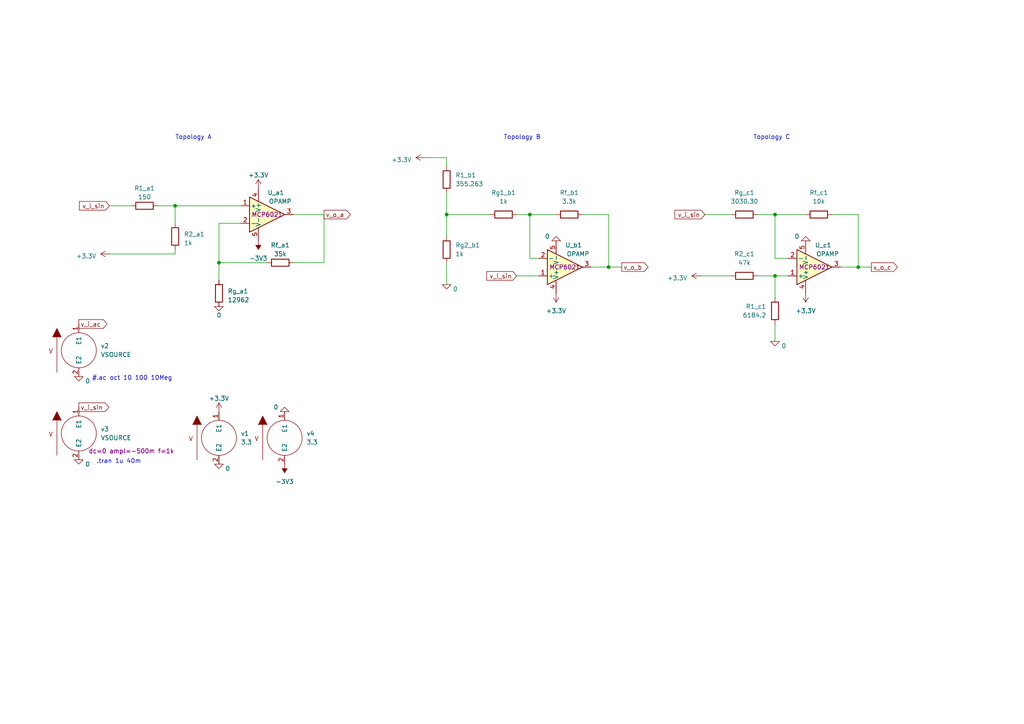
<source format=kicad_sch>
(kicad_sch (version 20230121) (generator eeschema)
  (paper "A4")
  (lib_symbols
    (symbol "Device:R" (pin_numbers hide) (pin_names (offset 0))
      (property "Reference" "R" (at 2.032 0 90))
      (property "Value" "R" (at 0 0 90))
      (symbol "R_0_1"
        (rectangle (start -1.016 -2.54) (end 1.016 2.54) (stroke (width 0.254)))
      )
      (symbol "R_1_1"
        (pin passive line (at 0 3.81 270) (length 1.27) (name "~") (number "1"))
        (pin passive line (at 0 -3.81 90) (length 1.27) (name "~") (number "2"))
      )
    )
    (symbol "power:+3.3V" (power) (pin_names (offset 0))
      (property "Value" "+3.3V" (at 0 3.556 0))
      (symbol "+3.3V_0_1"
        (polyline (pts (xy -0.762 1.27) (xy 0 2.54)))
        (polyline (pts (xy 0 0) (xy 0 2.54)))
        (polyline (pts (xy 0 2.54) (xy 0.762 1.27)))
      )
      (symbol "+3.3V_1_1"
        (pin power_in line (at 0 0 90) (length 0) hide (name "+3.3V") (number "1"))
      )
    )
    (symbol "power:-3V3" (power) (pin_names (offset 0))
      (property "Value" "-3V3" (at 0 3.81 0))
      (symbol "-3V3_0_0"
        (pin power_in line (at 0 0 90) (length 0) hide (name "-3V3") (number "1"))
      )
      (symbol "-3V3_0_1"
        (polyline (pts (xy 0 0) (xy 0 1.27) (xy 0.762 1.27) (xy 0 2.54) (xy -0.762 1.27) (xy 0 1.27)) (fill (type outline)))
      )
    )
    (symbol "pspice:0" (power) (pin_names (offset 0))
      (property "Value" "0" (at 0 -1.778 0))
      (symbol "0_0_1"
        (polyline (pts (xy -1.27 0) (xy 0 -1.27) (xy 1.27 0) (xy -1.27 0)))
      )
      (symbol "0_1_1"
        (pin power_in line (at 0 0 0) (length 0) hide (name "0") (number "1"))
      )
    )
    (symbol "pspice:OPAMP" (pin_names (offset 0.254))
      (property "Reference" "U" (at 3.81 3.175 0))
      (property "Value" "OPAMP" (at 3.81 -3.175 0))
      (symbol "OPAMP_0_1"
        (polyline (pts (xy 5.08 0) (xy -5.08 5.08) (xy -5.08 -5.08) (xy 5.08 0)) (stroke (width 0.254)) (fill (type background)))
      )
      (symbol "OPAMP_1_1"
        (pin input line (at -7.62 2.54 0) (length 2.54) (name "+") (number "1"))
        (pin input line (at -7.62 -2.54 0) (length 2.54) (name "-") (number "2"))
        (pin output line (at 7.62 0 180) (length 2.54) (name "~") (number "3"))
        (pin power_in line (at -2.54 7.62 270) (length 3.81) (name "V+") (number "4"))
        (pin power_in line (at -2.54 -7.62 90) (length 3.81) (name "V-") (number "5"))
      )
    )
    (symbol "pspice:VSOURCE" (pin_names (offset 1.016))
      (property "Reference" "V" (at -6.35 7.62 0))
      (property "Value" "VSOURCE" (at 0 0 0))
      (symbol "VSOURCE_0_1"
        (polyline (pts (xy -6.35 -6.35) (xy -6.35 3.81)) (fill (type outline)))
        (polyline (pts (xy -7.62 3.81) (xy -6.35 6.35) (xy -5.08 3.81)) (fill (type outline)))
        (circle (center 0 0) (radius 5.08))
        (text "V" (at -8.128 -0.254 0) (effects (font (size 1.27 1.27))))
      )
      (symbol "VSOURCE_1_1"
        (pin input line (at 0 7.62 270) (length 2.54) (name "E1") (number "1"))
        (pin input line (at 0 -7.62 90) (length 2.54) (name "E2") (number "2"))
      )
    )
  )
  (junction (at 176.53 77.47))
  (junction (at 50.8 59.69))
  (junction (at 153.67 62.23))
  (junction (at 224.79 62.23))
  (junction (at 129.54 62.23))
  (junction (at 248.92 77.47))
  (junction (at 224.79 80.01))
  (junction (at 63.5 76.2))
  (wire (pts (xy 93.98 76.2) (xy 93.98 62.23)))
  (wire (pts (xy 50.8 59.69) (xy 50.8 64.77)))
  (wire (pts (xy 156.21 74.93) (xy 153.67 74.93)))
  (wire (pts (xy 149.86 62.23) (xy 153.67 62.23)))
  (wire (pts (xy 224.79 86.36) (xy 224.79 80.01)))
  (wire (pts (xy 93.98 62.23) (xy 85.09 62.23)))
  (wire (pts (xy 243.84 77.47) (xy 248.92 77.47)))
  (wire (pts (xy 228.6 74.93) (xy 224.79 74.93)))
  (wire (pts (xy 149.86 80.01) (xy 156.21 80.01)))
  (wire (pts (xy 241.3 62.23) (xy 248.92 62.23)))
  (wire (pts (xy 224.79 80.01) (xy 228.6 80.01)))
  (wire (pts (xy 63.5 64.77) (xy 63.5 76.2)))
  (wire (pts (xy 224.79 62.23) (xy 233.68 62.23)))
  (wire (pts (xy 50.8 59.69) (xy 69.85 59.69)))
  (wire (pts (xy 168.91 62.23) (xy 176.53 62.23)))
  (wire (pts (xy 176.53 77.47) (xy 180.34 77.47)))
  (wire (pts (xy 203.2 80.01) (xy 212.09 80.01)))
  (wire (pts (xy 129.54 55.88) (xy 129.54 62.23)))
  (wire (pts (xy 31.75 59.69) (xy 38.1 59.69)))
  (wire (pts (xy 45.72 59.69) (xy 50.8 59.69)))
  (wire (pts (xy 219.71 62.23) (xy 224.79 62.23)))
  (wire (pts (xy 248.92 77.47) (xy 252.73 77.47)))
  (wire (pts (xy 85.09 76.2) (xy 93.98 76.2)))
  (wire (pts (xy 31.75 73.66) (xy 50.8 73.66)))
  (wire (pts (xy 224.79 93.98) (xy 224.79 99.06)))
  (wire (pts (xy 63.5 76.2) (xy 63.5 81.28)))
  (wire (pts (xy 212.09 62.23) (xy 204.47 62.23)))
  (wire (pts (xy 129.54 76.2) (xy 129.54 82.55)))
  (wire (pts (xy 224.79 74.93) (xy 224.79 62.23)))
  (wire (pts (xy 129.54 48.26) (xy 129.54 45.72)))
  (wire (pts (xy 63.5 76.2) (xy 77.47 76.2)))
  (wire (pts (xy 69.85 64.77) (xy 63.5 64.77)))
  (wire (pts (xy 142.24 62.23) (xy 129.54 62.23)))
  (wire (pts (xy 153.67 74.93) (xy 153.67 62.23)))
  (wire (pts (xy 171.45 77.47) (xy 176.53 77.47)))
  (wire (pts (xy 219.71 80.01) (xy 224.79 80.01)))
  (wire (pts (xy 129.54 62.23) (xy 129.54 68.58)))
  (wire (pts (xy 153.67 62.23) (xy 161.29 62.23)))
  (wire (pts (xy 248.92 62.23) (xy 248.92 77.47)))
  (wire (pts (xy 129.54 45.72) (xy 123.19 45.72)))
  (wire (pts (xy 176.53 62.23) (xy 176.53 77.47)))
  (wire (pts (xy 50.8 73.66) (xy 50.8 72.39)))
  (text "Topology A" (at 50.8 40.64 0) (effects (font (size 1.27 1.27)) (justify left bottom)))
  (text "Topology B\n" (at 146.05 40.64 0) (effects (font (size 1.27 1.27)) (justify left bottom)))
  (text ".tran 1u 40m" (at 27.94 134.62 0) (effects (font (size 1.27 1.27)) (justify left bottom)))
  (text "Topology C" (at 218.44 40.64 0) (effects (font (size 1.27 1.27)) (justify left bottom)))
  (text "#.ac oct 10 100 10Meg" (at 26.67 110.49 0) (effects (font (size 1.27 1.27)) (justify left bottom)))
  (global_label "v_i_sin" (shape output) (at 22.86 118.11 0) (property "Intersheetrefs" "${INTERSHEET_REFS}" (effects hide)))
  (global_label "v_i_sin" (shape input) (at 149.86 80.01 180) (property "Intersheetrefs" "${INTERSHEET_REFS}" (effects hide)))
  (global_label "v_i_sin" (shape input) (at 31.75 59.69 180) (property "Intersheetrefs" "${INTERSHEET_REFS}" (effects hide)))
  (global_label "v_o_c" (shape output) (at 252.73 77.47 0) (property "Intersheetrefs" "${INTERSHEET_REFS}" (effects hide)))
  (global_label "v_i_sin" (shape input) (at 204.47 62.23 180) (property "Intersheetrefs" "${INTERSHEET_REFS}" (effects hide)))
  (global_label "v_o_b" (shape output) (at 180.34 77.47 0) (property "Intersheetrefs" "${INTERSHEET_REFS}" (effects hide)))
  (global_label "v_o_a" (shape output) (at 93.98 62.23 0) (property "Intersheetrefs" "${INTERSHEET_REFS}" (effects hide)))
  (global_label "v_i_ac" (shape output) (at 22.86 93.98 0) (property "Intersheetrefs" "${INTERSHEET_REFS}" (effects hide)))
  (symbol (lib_id "Device:R") (at 129.54 52.07 0) (unit 1)
    (property "Reference" "R1_b1" (at 132.08 50.7999 0) (effects (justify left)))
    (property "Value" "355.263" (at 132.08 53.3399 0) (effects (justify left)))
  )
  (symbol (lib_id "Device:R") (at 165.1 62.23 270) (unit 1)
    (property "Reference" "Rf_b1" (at 165.1 55.88 90))
    (property "Value" "3.3k" (at 165.1 58.42 90))
  )
  (symbol (lib_id "power:+3.3V") (at 63.5 119.38 0) (unit 1)
    (property "Reference" "#PWR01" (effects hide))
    (property "Value" "+3.3V" (at 63.5 115.57 0))
  )
  (symbol (lib_id "Device:R") (at 81.28 76.2 270) (unit 1)
    (property "Reference" "Rf_a1" (at 81.28 71.12 90))
    (property "Value" "35k" (at 81.28 73.66 90))
  )
  (symbol (lib_id "pspice:0") (at 63.5 134.62 0) (unit 1)
    (property "Reference" "#GND0103" (effects hide))
    (property "Value" "0" (at 66.04 135.89 0))
  )
  (symbol (lib_id "Device:R") (at 215.9 62.23 270) (unit 1)
    (property "Reference" "Rg_c1" (at 215.9 55.88 90))
    (property "Value" "3030.30" (at 215.9 58.42 90))
  )
  (symbol (lib_id "pspice:0") (at 22.86 133.35 0) (unit 1)
    (property "Reference" "#GND0107" (effects hide))
    (property "Value" "0" (at 25.4 134.62 0))
  )
  (symbol (lib_id "pspice:0") (at 129.54 82.55 0) (unit 1)
    (property "Reference" "#GND0106" (effects hide))
    (property "Value" "0" (at 132.08 83.82 0))
  )
  (symbol (lib_id "pspice:OPAMP") (at 236.22 77.47 0) (mirror x) (unit 1)
    (property "Reference" "U_c1" (at 238.76 71.12 0))
    (property "Value" "OPAMP" (at 240.03 73.66 0))
    (property "Sim.Library" "/home/kevin/Documents/Tuks/2023/ESP411/esp411_pracs/circuits/SPICE/MCP6021.lib" (effects hide))
    (property "Sim.Name" "MCP6021" (at 236.22 77.47 0))
    (property "Sim.Pins" "1=1 2=2 3=5 4=3 5=4" (effects hide))
    (property "Sim.Device" "SUBCKT" (effects hide))
  )
  (symbol (lib_id "Device:R") (at 50.8 68.58 180) (unit 1)
    (property "Reference" "R2_a1" (at 53.34 67.945 0) (effects (justify right)))
    (property "Value" "1k" (at 53.34 70.485 0) (effects (justify right)))
  )
  (symbol (lib_id "Device:R") (at 63.5 85.09 180) (unit 1)
    (property "Reference" "Rg_a1" (at 66.04 84.455 0) (effects (justify right)))
    (property "Value" "12962" (at 66.04 86.995 0) (effects (justify right)))
  )
  (symbol (lib_id "pspice:0") (at 22.86 109.22 0) (unit 1)
    (property "Reference" "#GND0104" (effects hide))
    (property "Value" "0" (at 25.4 110.49 0))
  )
  (symbol (lib_id "Device:R") (at 224.79 90.17 0) (mirror x) (unit 1)
    (property "Reference" "R1_c1" (at 222.25 88.8999 0) (effects (justify right)))
    (property "Value" "6184.2" (at 222.25 91.4399 0) (effects (justify right)))
  )
  (symbol (lib_id "pspice:0") (at 63.5 88.9 0) (unit 1)
    (property "Reference" "#GND0102" (effects hide))
    (property "Value" "0" (at 63.5 91.44 0))
  )
  (symbol (lib_id "power:+3.3V") (at 233.68 85.09 180) (unit 1)
    (property "Reference" "#PWR05" (effects hide))
    (property "Value" "+3.3V" (at 233.68 90.17 0))
  )
  (symbol (lib_id "pspice:OPAMP") (at 163.83 77.47 0) (mirror x) (unit 1)
    (property "Reference" "U_b1" (at 166.37 71.12 0))
    (property "Value" "OPAMP" (at 167.64 73.66 0))
    (property "Sim.Library" "/home/kevin/Documents/Tuks/2023/ESP411/esp411_pracs/circuits/SPICE/MCP6021.lib" (effects hide))
    (property "Sim.Name" "MCP6021" (at 163.83 77.47 0))
    (property "Sim.Pins" "1=1 2=2 3=5 4=3 5=4" (effects hide))
    (property "Sim.Device" "SUBCKT" (effects hide))
  )
  (symbol (lib_id "power:-3V3") (at 82.55 134.62 180) (unit 1)
    (property "Reference" "#PWR08" (effects hide))
    (property "Value" "-3V3" (at 82.55 139.7 0))
  )
  (symbol (lib_id "pspice:VSOURCE") (at 63.5 127 0) (unit 1)
    (property "Reference" "v1" (at 69.85 125.7299 0) (effects (justify left)))
    (property "Value" "3.3" (at 69.85 128.2699 0) (effects (justify left)))
    (property "Sim.Device" "V" (effects hide))
    (property "Sim.Type" "DC" (effects hide))
    (property "Sim.Pins" "1=+ 2=-" (effects hide))
  )
  (symbol (lib_id "pspice:0") (at 224.79 99.06 0) (unit 1)
    (property "Reference" "#GND0109" (effects hide))
    (property "Value" "0" (at 227.33 100.33 0))
  )
  (symbol (lib_id "pspice:VSOURCE") (at 22.86 125.73 0) (unit 1)
    (property "Reference" "v3" (at 29.21 124.4599 0) (effects (justify left)))
    (property "Value" "VSOURCE" (at 29.21 126.9999 0) (effects (justify left)))
    (property "Sim.Device" "V" (effects hide))
    (property "Sim.Type" "SIN" (effects hide))
    (property "Sim.Params" "dc=0 ampl=-500m f=1k" (at 38.1 130.81 0))
    (property "Sim.Pins" "1=+ 2=-" (effects hide))
  )
  (symbol (lib_id "power:+3.3V") (at 203.2 80.01 90) (unit 1)
    (property "Reference" "#PWR07" (effects hide))
    (property "Value" "+3.3V" (at 199.39 80.645 90) (effects (justify left)))
  )
  (symbol (lib_id "power:-3V3") (at 74.93 69.85 180) (unit 1)
    (property "Reference" "#PWR010" (effects hide))
    (property "Value" "-3V3" (at 74.93 74.93 0))
  )
  (symbol (lib_id "power:+3.3V") (at 74.93 54.61 0) (unit 1)
    (property "Reference" "#PWR02" (effects hide))
    (property "Value" "+3.3V" (at 74.93 50.8 0))
  )
  (symbol (lib_id "pspice:VSOURCE") (at 82.55 127 0) (unit 1)
    (property "Reference" "v4" (at 88.9 125.7299 0) (effects (justify left)))
    (property "Value" "3.3" (at 88.9 128.2699 0) (effects (justify left)))
    (property "Sim.Device" "V" (effects hide))
    (property "Sim.Type" "DC" (effects hide))
    (property "Sim.Pins" "1=+ 2=-" (effects hide))
  )
  (symbol (lib_id "power:+3.3V") (at 31.75 73.66 90) (unit 1)
    (property "Reference" "#PWR06" (effects hide))
    (property "Value" "+3.3V" (at 27.94 74.295 90) (effects (justify left)))
  )
  (symbol (lib_id "Device:R") (at 237.49 62.23 270) (unit 1)
    (property "Reference" "Rf_c1" (at 237.49 55.88 90))
    (property "Value" "10k" (at 237.49 58.42 90))
  )
  (symbol (lib_id "Device:R") (at 129.54 72.39 180) (unit 1)
    (property "Reference" "Rg2_b1" (at 132.08 71.1199 0) (effects (justify right)))
    (property "Value" "1k" (at 132.08 73.6599 0) (effects (justify right)))
  )
  (symbol (lib_id "power:+3.3V") (at 123.19 45.72 90) (unit 1)
    (property "Reference" "#PWR04" (effects hide))
    (property "Value" "+3.3V" (at 119.38 46.355 90) (effects (justify left)))
  )
  (symbol (lib_id "Device:R") (at 146.05 62.23 270) (unit 1)
    (property "Reference" "Rg1_b1" (at 146.05 55.88 90))
    (property "Value" "1k" (at 146.05 58.42 90))
  )
  (symbol (lib_id "pspice:VSOURCE") (at 22.86 101.6 0) (unit 1)
    (property "Reference" "v2" (at 29.21 100.3299 0) (effects (justify left)))
    (property "Value" "VSOURCE" (at 29.21 102.8699 0) (effects (justify left)))
    (property "Sim.Device" "SPICE" (effects hide))
    (property "Sim.Params" "type=\"V\" model=\"dc 0 ac 500m\" lib=\"\"" (effects hide))
    (property "Sim.Pins" "1=1 2=2" (effects hide))
  )
  (symbol (lib_id "pspice:OPAMP") (at 77.47 62.23 0) (unit 1)
    (property "Reference" "U_a1" (at 80.01 55.88 0))
    (property "Value" "OPAMP" (at 81.28 58.42 0))
    (property "Sim.Library" "/home/kevin/Documents/Tuks/2023/ESP411/esp411_pracs/circuits/SPICE/MCP6021.lib" (effects hide))
    (property "Sim.Name" "MCP6021" (at 77.47 62.23 0))
    (property "Sim.Pins" "1=1 2=2 3=5 4=3 5=4" (effects hide))
    (property "Sim.Device" "SUBCKT" (effects hide))
  )
  (symbol (lib_id "power:+3.3V") (at 161.29 85.09 180) (unit 1)
    (property "Reference" "#PWR03" (effects hide))
    (property "Value" "+3.3V" (at 161.29 90.17 0))
  )
  (symbol (lib_id "pspice:0") (at 82.55 119.38 180) (unit 1)
    (property "Reference" "#GND01" (effects hide))
    (property "Value" "0" (at 80.01 118.11 0))
  )
  (symbol (lib_id "Device:R") (at 215.9 80.01 270) (unit 1)
    (property "Reference" "R2_c1" (at 215.9 73.66 90))
    (property "Value" "47k" (at 215.9 76.2 90))
  )
  (symbol (lib_id "Device:R") (at 41.91 59.69 270) (unit 1)
    (property "Reference" "R1_a1" (at 41.91 54.61 90))
    (property "Value" "150" (at 41.91 57.15 90))
  )
  (symbol (lib_id "pspice:0") (at 233.68 69.85 180) (unit 1)
    (property "Reference" "#GND0108" (effects hide))
    (property "Value" "0" (at 231.14 68.58 0))
  )
  (symbol (lib_id "pspice:0") (at 161.29 69.85 180) (unit 1)
    (property "Reference" "#GND0105" (effects hide))
    (property "Value" "0" (at 158.75 68.58 0))
  )
)
</source>
